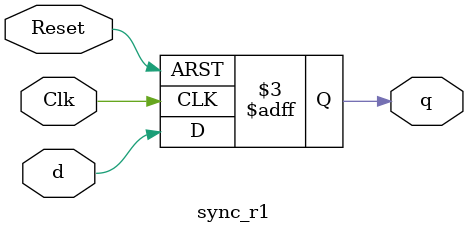
<source format=sv>


module sync (
	input Clk, d, 
	output logic q
);

always_ff @ (posedge Clk)
begin
	q <= d;
end

endmodule


//synchronizer with reset to 0 (d_ff)
module sync_r0 (
	input Clk, Reset, d, 
	output logic q
);

initial
begin	
	q <= 1'b0;
end

always @ (posedge Clk or posedge Reset)
begin
	if (Reset)
		q <= 1'b0;
	else
		q <= d;
end

endmodule

//synchronizer with reset to 1 (d_ff)
module sync_r1 (
	input Clk, Reset, d, 
	output logic q
);
initial
begin	
	q <= 1'b1;
end

always@ (posedge Clk or posedge Reset)
begin
	if (Reset)
		q <= 1'b1;
	else
		q <= d;
end

endmodule
</source>
